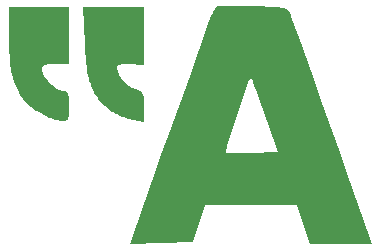
<source format=gbo>
G04 Layer: BottomSilkscreenLayer*
G04 EasyEDA v6.5.5, 2022-06-27 22:24:16*
G04 832f08802b6e47e68c83d968e1e2cad1,305bcb4f1a4f4cdfadb131dd0c2083ea,10*
G04 Gerber Generator version 0.2*
G04 Scale: 100 percent, Rotated: No, Reflected: No *
G04 Dimensions in inches *
G04 leading zeros omitted , absolute positions ,3 integer and 6 decimal *
%FSLAX36Y36*%
%MOIN*%

%ADD10C,0.0001*%

%LPD*%
G36*
X1568920Y2275660D02*
G01*
X1545600Y2275480D01*
X1537420Y2275300D01*
X1530800Y2275040D01*
X1525880Y2274720D01*
X1522820Y2274340D01*
X1521819Y2274020D01*
X1520560Y2273100D01*
X1519139Y2271600D01*
X1517560Y2269540D01*
X1515800Y2266940D01*
X1513920Y2263840D01*
X1511900Y2260260D01*
X1509780Y2256240D01*
X1507560Y2251800D01*
X1502880Y2241780D01*
X1497960Y2230420D01*
X1492920Y2217980D01*
X1487860Y2204660D01*
X1460900Y2128220D01*
X1426940Y2032700D01*
X1364740Y1858500D01*
X1339339Y1787120D01*
X1551380Y1787120D01*
X1551399Y1788220D01*
X1551860Y1791560D01*
X1552840Y1796360D01*
X1554340Y1802520D01*
X1556300Y1809960D01*
X1558720Y1818580D01*
X1564780Y1838899D01*
X1572280Y1862740D01*
X1580980Y1889300D01*
X1592100Y1921920D01*
X1611819Y1978720D01*
X1626579Y2020560D01*
X1631260Y2033440D01*
X1633880Y2040120D01*
X1634079Y2040060D01*
X1634920Y2038660D01*
X1636300Y2035640D01*
X1640580Y2025120D01*
X1646660Y2009240D01*
X1654259Y1988779D01*
X1663080Y1964500D01*
X1672820Y1937160D01*
X1725260Y1787400D01*
X1629300Y1784139D01*
X1614620Y1783820D01*
X1600840Y1783680D01*
X1588240Y1783700D01*
X1577080Y1783860D01*
X1567620Y1784180D01*
X1560100Y1784660D01*
X1554780Y1785280D01*
X1553020Y1785640D01*
X1551920Y1786040D01*
X1551620Y1786240D01*
X1551420Y1786720D01*
X1551380Y1787120D01*
X1339339Y1787120D01*
X1305640Y1692100D01*
X1231220Y1481740D01*
X1442700Y1487400D01*
X1482660Y1612400D01*
X1787160Y1612400D01*
X1830440Y1482400D01*
X2037600Y1482400D01*
X2002220Y1584880D01*
X1966140Y1688160D01*
X1925320Y1804000D01*
X1876339Y1942160D01*
X1834740Y2058800D01*
X1801380Y2151640D01*
X1775720Y2222220D01*
X1768220Y2242420D01*
X1763600Y2254580D01*
X1762880Y2256220D01*
X1762040Y2257740D01*
X1761040Y2259180D01*
X1759880Y2260520D01*
X1758500Y2261780D01*
X1756920Y2262960D01*
X1755080Y2264060D01*
X1752980Y2265080D01*
X1750600Y2266020D01*
X1747920Y2266900D01*
X1744900Y2267700D01*
X1741540Y2268460D01*
X1737800Y2269140D01*
X1733680Y2269780D01*
X1729120Y2270380D01*
X1718700Y2271420D01*
X1706339Y2272300D01*
X1691879Y2273060D01*
X1675120Y2273720D01*
X1637720Y2274760D01*
X1608180Y2275320D01*
X1581140Y2275620D01*
G37*
G36*
X1076280Y2272400D02*
G01*
X1081260Y2148200D01*
X1081980Y2133520D01*
X1082800Y2119840D01*
X1083700Y2107060D01*
X1084700Y2095140D01*
X1085800Y2084019D01*
X1087040Y2073640D01*
X1088420Y2063899D01*
X1089920Y2054780D01*
X1091600Y2046180D01*
X1093920Y2036100D01*
X1096500Y2026620D01*
X1098200Y2021180D01*
X1100640Y2014160D01*
X1103280Y2007320D01*
X1105400Y2002300D01*
X1107100Y1998540D01*
X1109100Y1994379D01*
X1111220Y1990280D01*
X1113480Y1986220D01*
X1115860Y1982220D01*
X1118340Y1978280D01*
X1120940Y1974379D01*
X1123640Y1970560D01*
X1126460Y1966800D01*
X1129380Y1963100D01*
X1132400Y1959460D01*
X1135520Y1955900D01*
X1138720Y1952420D01*
X1142020Y1949000D01*
X1148880Y1942420D01*
X1154240Y1937700D01*
X1157900Y1934660D01*
X1161660Y1931699D01*
X1165460Y1928839D01*
X1173280Y1923400D01*
X1177280Y1920820D01*
X1185460Y1915980D01*
X1189620Y1913720D01*
X1193820Y1911560D01*
X1198080Y1909520D01*
X1202380Y1907580D01*
X1206720Y1905760D01*
X1211080Y1904060D01*
X1219920Y1901040D01*
X1224380Y1899700D01*
X1228860Y1898500D01*
X1233360Y1897440D01*
X1237880Y1896500D01*
X1242400Y1895680D01*
X1278800Y1889780D01*
X1278780Y1947360D01*
X1278660Y1954700D01*
X1278440Y1961160D01*
X1278040Y1966819D01*
X1277780Y1969379D01*
X1277060Y1973980D01*
X1276600Y1976060D01*
X1275460Y1979780D01*
X1274000Y1983040D01*
X1273120Y1984500D01*
X1272160Y1985860D01*
X1271080Y1987140D01*
X1269900Y1988340D01*
X1267200Y1990580D01*
X1265660Y1991620D01*
X1262180Y1993600D01*
X1258160Y1995500D01*
X1253520Y1997420D01*
X1243120Y2001339D01*
X1238660Y2003300D01*
X1234280Y2005600D01*
X1230000Y2008180D01*
X1225840Y2011040D01*
X1221800Y2014160D01*
X1217920Y2017500D01*
X1214220Y2021040D01*
X1210680Y2024780D01*
X1207360Y2028680D01*
X1204240Y2032720D01*
X1201380Y2036860D01*
X1198740Y2041120D01*
X1196400Y2045440D01*
X1194320Y2049820D01*
X1192560Y2054240D01*
X1191780Y2056440D01*
X1190500Y2060860D01*
X1189560Y2065260D01*
X1189000Y2069600D01*
X1188840Y2071740D01*
X1188800Y2073880D01*
X1188940Y2074800D01*
X1189320Y2075680D01*
X1189980Y2076480D01*
X1190880Y2077240D01*
X1192020Y2077940D01*
X1193400Y2078580D01*
X1195000Y2079180D01*
X1196820Y2079700D01*
X1198880Y2080160D01*
X1203580Y2080880D01*
X1209080Y2081339D01*
X1215320Y2081560D01*
X1222240Y2081480D01*
X1229800Y2081120D01*
X1278800Y2077260D01*
X1278800Y2272400D01*
G37*
G36*
X828800Y2272400D02*
G01*
X828900Y2163500D01*
X829080Y2149000D01*
X829400Y2135320D01*
X829860Y2122360D01*
X830500Y2110100D01*
X831320Y2098500D01*
X832300Y2087520D01*
X833480Y2077100D01*
X834860Y2067200D01*
X836440Y2057760D01*
X838240Y2048779D01*
X840280Y2040180D01*
X842540Y2031920D01*
X843760Y2027920D01*
X845720Y2022020D01*
X848560Y2014379D01*
X850860Y2008779D01*
X854160Y2001480D01*
X857760Y1994280D01*
X861640Y1987160D01*
X865819Y1980080D01*
X868020Y1976540D01*
X871480Y1971220D01*
X873720Y1968020D01*
X876220Y1964780D01*
X878920Y1961540D01*
X881860Y1958280D01*
X884980Y1955000D01*
X888300Y1951740D01*
X895440Y1945260D01*
X903199Y1938880D01*
X907280Y1935740D01*
X911460Y1932660D01*
X920100Y1926680D01*
X924539Y1923779D01*
X929040Y1920980D01*
X935879Y1916920D01*
X945100Y1911860D01*
X954320Y1907260D01*
X958920Y1905140D01*
X963460Y1903160D01*
X967960Y1901320D01*
X976780Y1898100D01*
X981060Y1896740D01*
X985240Y1895540D01*
X989320Y1894520D01*
X993259Y1893700D01*
X997080Y1893080D01*
X1000740Y1892640D01*
X1004240Y1892420D01*
X1008080Y1892420D01*
X1011979Y1892600D01*
X1015360Y1893040D01*
X1016880Y1893380D01*
X1018259Y1893820D01*
X1019539Y1894360D01*
X1020720Y1895020D01*
X1021800Y1895800D01*
X1022780Y1896720D01*
X1023660Y1897780D01*
X1024440Y1898980D01*
X1025160Y1900360D01*
X1025780Y1901920D01*
X1026340Y1903640D01*
X1027240Y1907700D01*
X1027900Y1912620D01*
X1028340Y1918460D01*
X1028620Y1925320D01*
X1028760Y1933280D01*
X1028760Y1950920D01*
X1028600Y1958440D01*
X1028300Y1965020D01*
X1027860Y1970720D01*
X1027220Y1975620D01*
X1026400Y1979760D01*
X1025920Y1981560D01*
X1025360Y1983200D01*
X1024760Y1984660D01*
X1024080Y1985980D01*
X1023360Y1987160D01*
X1022540Y1988180D01*
X1021680Y1989079D01*
X1020720Y1989860D01*
X1019700Y1990500D01*
X1018600Y1991060D01*
X1017400Y1991500D01*
X1016140Y1991840D01*
X1014780Y1992100D01*
X1011800Y1992360D01*
X1008620Y1992460D01*
X1007039Y1992640D01*
X1003700Y1993340D01*
X1000180Y1994480D01*
X996520Y1996020D01*
X992720Y1997920D01*
X988840Y2000160D01*
X984920Y2002720D01*
X980960Y2005540D01*
X977000Y2008620D01*
X973080Y2011920D01*
X969220Y2015400D01*
X965440Y2019040D01*
X961800Y2022820D01*
X958319Y2026680D01*
X955020Y2030600D01*
X951940Y2034560D01*
X949120Y2038520D01*
X946560Y2042440D01*
X944320Y2046320D01*
X942420Y2050120D01*
X940879Y2053779D01*
X939740Y2057300D01*
X939040Y2060640D01*
X938860Y2062220D01*
X938800Y2063760D01*
X938840Y2065620D01*
X939200Y2069000D01*
X939539Y2070500D01*
X940000Y2071900D01*
X940600Y2073180D01*
X941320Y2074360D01*
X942200Y2075440D01*
X943220Y2076440D01*
X944419Y2077340D01*
X945780Y2078140D01*
X947340Y2078860D01*
X949080Y2079500D01*
X951040Y2080080D01*
X955580Y2081000D01*
X961060Y2081660D01*
X967540Y2082100D01*
X975100Y2082320D01*
X983800Y2082400D01*
X1028800Y2082400D01*
X1028800Y2272400D01*
G37*
M02*

</source>
